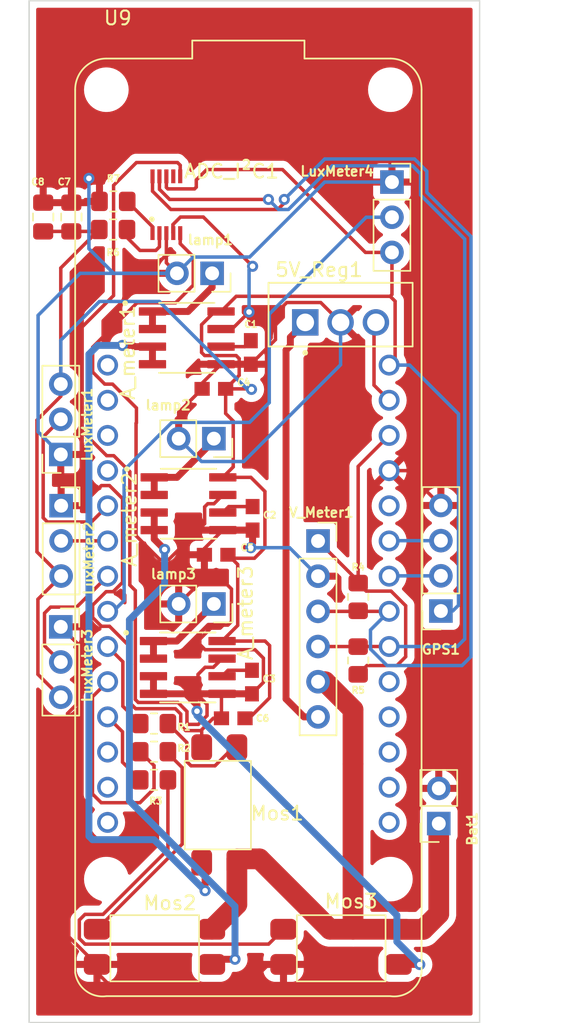
<source format=kicad_pcb>
(kicad_pcb (version 20211014) (generator pcbnew)
  (title_block (title "POAB_Baseplate") (date "2023-05-16") (rev "2.0") (comment 2 "Quinten Moons & Kevin Lahey"))
  (layers (0 "F.Cu" signal) (31 "B.Cu" signal) (34 "B.Paste" user) (35 "F.Paste" user) (36 "B.SilkS" user "B.Silkscreen") (37 "F.SilkS" user "F.Silkscreen") (38 "B.Mask" user) (39 "F.Mask" user) (44 "Edge.Cuts" user))
  (net 0 "")
  (net 1 "GND")
  (net 2 "+5V")
  (net 3 "VCC")
  (net 4 "/Lichtmeting1")
  (net 5 "/Lichtmeting2")
  (net 6 "/Lichtmeting3")
  (net 7 "/Lichtmeting4")
  (net 8 "/stroommeter1_uit")
  (net 9 "/stroommeter2_uit")
  (net 10 "/stroommeter3_uit")
  (net 11 "/SCL")
  (net 12 "/SDA")
  (net 13 "/mosfet1")
  (net 14 "Net-(R1-Pad2)")
  (net 15 "/mosfet2")
  (net 16 "Net-(R2-Pad2)")
  (net 17 "/mosfet3")
  (net 18 "Net-(R3-Pad2)")
  (net 19 "+3.3V")
  (net 20 "/stroommeter1_in")
  (net 21 "/stroommeter2_in")
  (net 22 "/stroommeter3_in")
  (net 23 "/stroom1")
  (net 24 "/stroom2")
  (net 25 "/stroom3")
  (net 35 "/RX")
  (net 36 "/TX")
  (net 38 "/regelaar_in")
  (net 39 "/5V_bord")
  (net 40 "Net-(R6-Pad1)")
  (net 41 "Net-(R7-Pad2)")
  (net 45 "Net-(A_meter1-Pad6)")
  (net 46 "Net-(A_meter2-Pad6)")
  (net 47 "Net-(A_meter3-Pad6)")
  (footprint "Connector_PinSocket_2.54mm:PinSocket_1x02_P2.54mm_Vertical" (layer "F.Cu") (at 88.392 66.675 -90)
    (fp_text reference "lamp1")
    (fp_text value "lamp1")
  )
  (footprint "Resistor_SMD:R_0805_2012Metric_Pad1.20x1.40mm_HandSolder" (layer "F.Cu") (at 81.2474 63.513 180)
    (fp_text reference "R6")
    (fp_text value "R")
  )
  (footprint "Resistor_SMD:R_0805_2012Metric_Pad1.20x1.40mm_HandSolder" (layer "F.Cu") (at 98.933 90.043 90)
    (fp_text reference "R4")
    (fp_text value "R")
  )
  (footprint "Connector_PinSocket_2.54mm:PinSocket_1x03_P2.54mm_Vertical" (layer "F.Cu") (at 77.47 79.756 180)
    (fp_text reference "LuxMeter1")
    (fp_text value "lichtmeter1")
  )
  (footprint "Connector_PinSocket_2.54mm:PinSocket_1x06_P2.54mm_Vertical" (layer "F.Cu") (at 96.037 86.004)
    (fp_text reference "V_Meter1")
    (fp_text value "spannigsmeter")
  )
  (footprint "Capacitor_SMD:C_0805_2012Metric_Pad1.18x1.45mm_HandSolder" (layer "F.Cu") (at 76.2 62.611 90)
    (fp_text reference "C8")
    (fp_text value "C")
  )
  (footprint "Connector_PinSocket_2.54mm:PinSocket_1x03_P2.54mm_Vertical" (layer "F.Cu") (at 101.371 60.086)
    (fp_text reference "LuxMeter4")
    (fp_text value "lichtmeter4")
  )
  (footprint "CC0603KRX7R9BB102:CAPC1608X90" (layer "F.Cu") (at 88.685 86.9956)
    (fp_text reference "C5")
    (fp_text value "CC0603KRX7R9BB102")
  )
  (footprint "CC0603KRX7R9BB102:CAPC1608X90" (layer "F.Cu") (at 89.916 98.806)
    (fp_text reference "C6")
    (fp_text value "CC0603KRX7R9BB102")
  )
  (footprint "PoAB_Foots2:AQY211EHAZ" (layer "F.Cu") (at 91.449 99.64 -90)
    (fp_text reference "Mos1")
    (fp_text value "AQY211EHAZ")
  )
  (footprint "ACS712ELCTR-05B-T:SOIC127P600X175-8N" (layer "F.Cu") (at 86.634 95.133)
    (fp_text reference "A_meter3")
    (fp_text value "ACS712ELCTR-05B-T")
  )
  (footprint "PoAB_Foots2:AQY211EHAZ" (layer "F.Cu") (at 92.274 112.767)
    (fp_text reference "Mos3")
    (fp_text value "AQY211EHAZ")
  )
  (footprint "Resistor_SMD:R_0805_2012Metric_Pad1.20x1.40mm_HandSolder" (layer "F.Cu") (at 98.933 94.631 -90)
    (fp_text reference "R5")
    (fp_text value "R")
  )
  (footprint "Resistor_SMD:R_0805_2012Metric_Pad1.20x1.40mm_HandSolder" (layer "F.Cu") (at 84.201 99.187)
    (fp_text reference "R1")
    (fp_text value "R")
  )
  (footprint "L7805CV:TO255P1040X460X1968-3" (layer "F.Cu") (at 95.113 70.218)
    (fp_text reference "5V_Reg1")
    (fp_text value "L7805CV")
  )
  (footprint "ADS1115:MSOP10" (layer "F.Cu") (at 85.09 61.722)
    (fp_text reference "ADC_I²C1")
    (fp_text value "ADS1115")
  )
  (footprint "Connector_PinSocket_2.54mm:PinSocket_1x02_P2.54mm_Vertical" (layer "F.Cu") (at 88.519 90.551 -90)
    (fp_text reference "lamp3")
    (fp_text value "lamp3")
  )
  (footprint "Connector_PinSocket_2.54mm:PinSocket_1x03_P2.54mm_Vertical" (layer "F.Cu") (at 77.495 83.454)
    (fp_text reference "LuxMeter2")
    (fp_text value "lichtmeter2")
  )
  (footprint "Resistor_SMD:R_0805_2012Metric_Pad1.20x1.40mm_HandSolder" (layer "F.Cu") (at 84.201 103.251)
    (fp_text reference "R3")
    (fp_text value "R")
  )
  (footprint "Resistor_SMD:R_0805_2012Metric_Pad1.20x1.40mm_HandSolder" (layer "F.Cu") (at 81.2634 61.481)
    (fp_text reference "R7")
    (fp_text value "R")
  )
  (footprint "PoAB_Foots2:AQY211EHAZ" (layer "F.Cu") (at 78.812 112.767)
    (fp_text reference "Mos2")
    (fp_text value "AQY211EHAZ")
  )
  (footprint "Connector_PinSocket_2.54mm:PinSocket_1x03_P2.54mm_Vertical" (layer "F.Cu") (at 77.47 92.202)
    (fp_text reference "LuxMeter3")
    (fp_text value "lichtmeter3")
  )
  (footprint "CC0603KRX7R9BB102:CAPC1608X90" (layer "F.Cu") (at 91.186 72.39 -90)
    (fp_text reference "C1")
    (fp_text value "CC0603KRX7R9BB102")
  )
  (footprint "ACS712ELCTR-05B-T:SOIC127P600X175-8N" (layer "F.Cu") (at 86.561 71.335)
    (fp_text reference "A_meter1")
    (fp_text value "ACS712ELCTR-05B-T")
  )
  (footprint "Connector_PinSocket_2.54mm:PinSocket_1x04_P2.54mm_Vertical" (layer "F.Cu") (at 104.902 91.059 180)
    (fp_text reference "GPS1")
    (fp_text value "GPS")
  )
  (footprint "ACS712ELCTR-05B-T:SOIC127P600X175-8N" (layer "F.Cu") (at 86.688 83.3126)
    (fp_text reference "A_meter2")
    (fp_text value "ACS712ELCTR-05B-T")
  )
  (footprint "CC0603KRX7R9BB102:CAPC1608X90" (layer "F.Cu") (at 91.268 96.188 -90)
    (fp_text reference "C3")
    (fp_text value "CC0603KRX7R9BB102")
  )
  (footprint "Connector_PinSocket_2.54mm:PinSocket_1x02_P2.54mm_Vertical" (layer "F.Cu") (at 104.75 106.406 180)
    (fp_text reference "Bat1")
    (fp_text value "battertij")
  )
  (footprint "Connector_PinSocket_2.54mm:PinSocket_1x02_P2.54mm_Vertical" (layer "F.Cu") (at 88.519 78.613 -90)
    (fp_text reference "lamp2")
    (fp_text value "lamp2")
  )
  (footprint "Resistor_SMD:R_0805_2012Metric_Pad1.20x1.40mm_HandSolder" (layer "F.Cu") (at 84.201 101.219)
    (fp_text reference "R2")
    (fp_text value "R")
  )
  (footprint "CC0603KRX7R9BB102:CAPC1608X90" (layer "F.Cu") (at 91.313 84.3676 -90)
    (fp_text reference "C2")
    (fp_text value "CC0603KRX7R9BB102")
  )
  (footprint "Capacitor_SMD:C_0805_2012Metric_Pad1.18x1.45mm_HandSolder" (layer "F.Cu") (at 78.232 62.611 90)
    (fp_text reference "C7")
    (fp_text value "C")
  )
  (footprint "ARDUINO_MKR_WAN_1310:BOARD_ARDUINO_MKR_WAN_1310" (layer "F.Cu") (at 91.0076 85.0176)
    (fp_text reference "U9")
    (fp_text value "ARDUINO_MKR_WAN_1310")
  )
  (footprint "CC0603KRX7R9BB102:CAPC1608X90" (layer "F.Cu") (at 88.519 75.018)
    (fp_text reference "C4")
    (fp_text value "CC0603KRX7R9BB102")
  )
  (gr_rect (start 107.696 46.99) (end 75.184 120.777) (layer "Edge.Cuts") (width 0.1) (fill none))
  (segment (start 91.186 73.24) (end 92.964 71.462) (width 0.25) (layer "F.Cu") (net 1))
  (segment (start 80.9854 92.1614) (end 82.399 93.575) (width 0.25) (layer "F.Cu") (net 1))
  (segment (start 87.731051 100.783) (end 87.131 100.783) (width 0.25) (layer "F.Cu") (net 1))
  (segment (start 85.09 65.913) (end 85.852 66.675) (width 0.25) (layer "F.Cu") (net 1))
  (segment (start 87.751 100.163) (end 87.131 100.783) (width 0.25) (layer "F.Cu") (net 1))
  (segment (start 89.789 91.821) (end 89.789 89.471) (width 0.25) (layer "F.Cu") (net 1))
  (segment (start 91.059 117.983) (end 80.899 117.983) (width 0.25) (layer "F.Cu") (net 1))
  (segment (start 86.126 98.498827) (end 86.126 99.334) (width 0.25) (layer "F.Cu") (net 1))
  (segment (start 87.669 75.018) (end 87.669 74.607) (width 0.25) (layer "F.Cu") (net 1))
  (segment (start 93.544 116.577) (end 92.465 116.577) (width 0.25) (layer "F.Cu") (net 1))
  (segment (start 85.09 63.772) (end 85.09 65.913) (width 0.25) (layer "F.Cu") (net 1))
  (segment (start 82.877588 98.113) (end 85.740173 98.113) (width 0.25) (layer "F.Cu") (net 1))
  (segment (start 91.268 97.038) (end 92.093 96.213) (width 0.25) (layer "F.Cu") (net 1))
  (segment (start 87.503 93.472) (end 87.503 93.091) (width 0.25) (layer "F.Cu") (net 1))
  (segment (start 87.835 86.9956) (end 87.835 86.5456) (width 0.25) (layer "F.Cu") (net 1))
  (segment (start 89.472 89.154) (end 87.376 89.154) (width 0.25) (layer "F.Cu") (net 1))
  (segment (start 85.979 76.708) (end 85.979 78.613) (width 0.25) (layer "F.Cu") (net 1))
  (segment (start 87.639 99.637) (end 87.962 99.314) (width 0.25) (layer "F.Cu") (net 1))
  (segment (start 91.483 93.853) (end 87.884 93.853) (width 0.25) (layer "F.Cu") (net 1))
  (segment (start 80.400663 82.0014) (end 80.9854 82.0014) (width 0.25) (layer "F.Cu") (net 1))
  (segment (start 80.400663 82.0014) (end 78.948063 83.454) (width 0.25) (layer "F.Cu") (net 1))
  (segment (start 80.045655 116.577) (end 77.956701 114.488046) (width 0.25) (layer "F.Cu") (net 1))
  (segment (start 78.645 93.377) (end 77.47 92.202) (width 0.25) (layer "F.Cu") (net 1))
  (segment (start 87.376 89.154) (end 85.979 90.551) (width 0.25) (layer "F.Cu") (net 1))
  (segment (start 89.066 98.806) (end 89.066 97.081) (width 0.25) (layer "F.Cu") (net 1))
  (segment (start 78.948063 83.454) (end 77.495 83.454) (width 0.25) (layer "F.Cu") (net 1))
  (segment (start 92.093 96.213) (end 92.093 94.463) (width 0.25) (layer "F.Cu") (net 1))
  (segment (start 78.645 97.768701) (end 78.645 93.377) (width 0.25) (layer "F.Cu") (net 1))
  (segment (start 80.082 116.577) (end 80.045655 116.577) (width 0.25) (layer "F.Cu") (net 1))
  (segment (start 89.789 89.471) (end 89.472 89.154) (width 0.25) (layer "F.Cu") (net 1))
  (segment (start 87.962 99.314) (end 88.47 98.806) (width 0.25) (layer "F.Cu") (net 1))
  (segment (start 86.126 99.334) (end 86.487 99.695) (width 0.25) (layer "F.Cu") (net 1))
  (segment (start 87.835 86.5456) (end 89.163 85.2176) (width 0.25) (layer "F.Cu") (net 1))
  (segment (start 87.503 93.091) (end 88.519 92.075) (width 0.25) (layer "F.Cu") (net 1))
  (segment (start 79.7686 91.529337) (end 80.400663 92.1614) (width 0.25) (layer "F.Cu") (net 1))
  (segment (start 89.066 97.081) (end 89.109 97.038) (width 0.25) (layer "F.Cu") (net 1))
  (segment (start 92.964 69.596) (end 93.775281 68.784719) (width 0.25) (layer "F.Cu") (net 1))
  (segment (start 86.487 99.695) (end 87.581 99.695) (width 0.25) (layer "F.Cu") (net 1))
  (segment (start 89.066 98.806) (end 88.47 98.806) (width 0.25) (layer "F.Cu") (net 1))
  (segment (start 81.253937 89.662) (end 80.742063 89.662) (width 0.25) (layer "F.Cu") (net 1))
  (segment (start 89.535 92.075) (end 89.789 91.821) (width 0.25) (layer "F.Cu") (net 1))
  (segment (start 103.5284 80.9224) (end 103.886 81.28) (width 0.25) (layer "F.Cu") (net 1))
  (segment (start 103.886 82.423) (end 104.902 83.439) (width 0.25) (layer "F.Cu") (net 1))
  (segment (start 87.639 100.656) (end 87.639 99.637) (width 0.25) (layer "F.Cu") (net 1))
  (segment (start 77.956701 98.457) (end 78.645 97.768701) (width 0.25) (layer "F.Cu") (net 1))
  (segment (start 79.095937 92.202) (end 79.7686 91.529337) (width 0.25) (layer "F.Cu") (net 1))
  (segment (start 80.742063 89.662) (end 79.7686 90.635463) (width 0.25) (layer "F.Cu") (net 1))
  (segment (start 81.9266 88.989337) (end 81.253937 89.662) (width 0.25) (layer "F.Cu") (net 1))
  (segment (start 91.186 73.24) (end 91.186 73.29) (width 0.25) (layer "F.Cu") (net 1))
  (segment (start 92.964 71.462) (end 92.964 69.596) (width 0.25) (layer "F.Cu") (net 1))
  (segment (start 87.884 93.853) (end 87.503 93.472) (width 0.25) (layer "F.Cu") (net 1))
  (segment (start 81.9266 82.9426) (end 81.9266 88.989337) (width 0.25) (layer "F.Cu") (net 1))
  (segment (start 82.399 93.575) (end 82.399 97.634412) (width 0.25) (layer "F.Cu") (net 1))
  (segment (start 93.775281 68.784719) (end 96.229719 68.784719) (width 0.25) (layer "F.Cu") (net 1))
  (segment (start 92.465 116.577) (end 91.059 117.983) (width 0.25) (layer "F.Cu") (net 1))
  (segment (start 91.268 97.038) (end 89.109 97.038) (width 0.25) (layer "F.Cu") (net 1))
  (segment (start 96.229719 68.784719) (end 97.663 70.218) (width 0.25) (layer "F.Cu") (net 1))
  (segment (start 80.082 117.166) (end 80.082 116.577) (width 0.25) (layer "F.Cu") (net 1))
  (segment (start 77.956701 114.488046) (end 77.956701 98.457) (width 0.25) (layer "F.Cu") (net 1))
  (segment (start 101.1676 80.9224) (end 103.5284 80.9224) (width 0.25) (layer "F.Cu") (net 1))
  (segment (start 92.093 94.463) (end 91.483 93.853) (width 0.25) (layer "F.Cu") (net 1))
  (segment (start 80.899 117.983) (end 80.082 117.166) (width 0.25) (layer "F.Cu") (net 1))
  (segment (start 79.7686 90.635463) (end 79.7686 91.529337) (width 0.25) (layer "F.Cu") (net 1))
  (segment (start 103.886 81.28) (end 103.886 82.423) (width 0.25) (layer "F.Cu") (net 1))
  (segment (start 87.581 99.695) (end 87.962 99.314) (width 0.25) (layer "F.Cu") (net 1))
  (segment (start 87.669 75.018) (end 85.979 76.708) (width 0.25) (layer "F.Cu") (net 1))
  (segment (start 87.669 74.607) (end 89.036 73.24) (width 0.25) (layer "F.Cu") (net 1))
  (segment (start 77.47 92.202) (end 79.095937 92.202) (width 0.25) (layer "F.Cu") (net 1))
  (segment (start 80.400663 92.1614) (end 80.9854 92.1614) (width 0.25) (layer "F.Cu") (net 1))
  (segment (start 85.740173 98.113) (end 86.126 98.498827) (width 0.25) (layer "F.Cu") (net 1))
  (segment (start 82.399 97.634412) (end 82.877588 98.113) (width 0.25) (layer "F.Cu") (net 1))
  (segment (start 88.519 92.075) (end 89.535 92.075) (width 0.25) (layer "F.Cu") (net 1))
  (segment (start 80.9854 82.0014) (end 81.9266 82.9426) (width 0.25) (layer "F.Cu") (net 1))
  (via (at 79.502 59.817) (size 0.8) (drill 0.4) (layers "F.Cu" "B.Cu") (net 1))
  (via (at 91.186 86.487) (size 0.8) (drill 0.4) (layers "F.Cu" "B.Cu") (net 1))
  (segment (start 90.678 80.264) (end 97.663 73.279) (width 0.25) (layer "B.Cu") (net 1))
  (segment (start 75.833557 69.708443) (end 78.867 66.675) (width 0.25) (layer "B.Cu") (net 1))
  (segment (start 101.371 60.086) (end 96.515701 60.086) (width 0.25) (layer "B.Cu") (net 1))
  (segment (start 91.101701 65.5) (end 87.027 65.5) (width 0.25) (layer "B.Cu") (net 1))
  (segment (start 75.833557 78.119557) (end 75.833557 69.708443) (width 0.25) (layer "B.Cu") (net 1))
  (segment (start 87.63 80.264) (end 90.678 80.264) (width 0.25) (layer "B.Cu") (net 1))
  (segment (start 93.98 86.487) (end 96.037 88.544) (width 0.25) (layer "B.Cu") (net 1))
  (segment (start 77.47 79.756) (end 75.833557 78.119557) (width 0.25) (layer "B.Cu") (net 1))
  (segment (start 96.515701 60.086) (end 91.101701 65.5) (width 0.25) (layer "B.Cu") (net 1))
  (segment (start 79.502 59.817) (end 79.502 64.897) (width 0.25) (layer "B.Cu") (net 1))
  (segment (start 87.027 65.5) (end 85.852 66.675) (width 0.25) (layer "B.Cu") (net 1))
  (segment (start 81.28 66.675) (end 85.852 66.675) (width 0.25) (layer "B.Cu") (net 1))
  (segment (start 79.502 64.897) (end 81.28 66.675) (width 0.25) (layer "B.Cu") (net 1))
  (segment (start 78.867 66.675) (end 85.852 66.675) (width 0.25) (layer "B.Cu") (net 1))
  (segment (start 85.979 78.613) (end 87.63 80.264) (width 0.25) (layer "B.Cu") (net 1))
  (segment (start 97.663 73.279) (end 97.663 70.218) (width 0.25) (layer "B.Cu") (net 1))
  (segment (start 91.186 86.487) (end 93.98 86.487) (width 0.25) (layer "B.Cu") (net 1))
  (segment (start 100.076 70.355) (end 100.213 70.218) (width 0.25) (layer "F.Cu") (net 2))
  (segment (start 101.1676 75.8424) (end 100.076 74.7508) (width 0.25) (layer "F.Cu") (net 2))
  (segment (start 100.076 74.7508) (end 100.076 70.355) (width 0.25) (layer "F.Cu") (net 2))
  (segment (start 101.844 114.037) (end 98.561 114.037) (width 1.5) (layer "F.Cu") (net 3))
  (segment (start 101.853 114.046) (end 103.632 114.046) (width 1.5) (layer "F.Cu") (net 3))
  (segment (start 96.037 96.164) (end 96.545 96.164) (width 1.5) (layer "F.Cu") (net 3))
  (segment (start 98.561 98.18) (end 98.561 102.099) (width 1.5) (layer "F.Cu") (net 3))
  (segment (start 90.179 112.24) (end 88.382 114.037) (width 1.5) (layer "F.Cu") (net 3))
  (segment (start 98.561 102.099) (end 98.561 114.037) (width 1.5) (layer "F.Cu") (net 3))
  (segment (start 90.179 108.956) (end 90.179 112.24) (width 1.5) (layer "F.Cu") (net 3))
  (segment (start 98.561 114.037) (end 96.892 114.037) (width 1.5) (layer "F.Cu") (net 3))
  (segment (start 96.545 96.164) (end 98.561 98.18) (width 1.5) (layer "F.Cu") (net 3))
  (segment (start 91.811 108.956) (end 90.179 108.956) (width 1.5) (layer "F.Cu") (net 3))
  (segment (start 104.75 112.928) (end 104.75 106.406) (width 1.5) (layer "F.Cu") (net 3))
  (segment (start 101.844 114.037) (end 101.853 114.046) (width 1.5) (layer "F.Cu") (net 3))
  (segment (start 96.892 114.037) (end 91.811 108.956) (width 1.5) (layer "F.Cu") (net 3))
  (segment (start 103.632 114.046) (end 104.75 112.928) (width 1.5) (layer "F.Cu") (net 3))
  (segment (start 80.8476 83.4624) (end 79.681 84.629) (width 0.25) (layer "F.Cu") (net 4))
  (segment (start 79.681 84.629) (end 76.501 84.629) (width 0.25) (layer "F.Cu") (net 4))
  (segment (start 76.2 84.328) (end 76.2 78.486) (width 0.25) (layer "F.Cu") (net 4))
  (segment (start 76.2 78.486) (end 77.47 77.216) (width 0.25) (layer "F.Cu") (net 4))
  (segment (start 76.501 84.629) (end 76.2 84.328) (width 0.25) (layer "F.Cu") (net 4))
  (segment (start 77.495 85.994) (end 80.8392 85.994) (width 0.25) (layer "F.Cu") (net 5))
  (segment (start 80.8392 85.994) (end 80.8476 86.0024) (width 0.25) (layer "F.Cu") (net 5))
  (segment (start 76.295 93.567) (end 77.47 94.742) (width 0.25) (layer "F.Cu") (net 6))
  (segment (start 76.736 90.777) (end 76.295 91.218) (width 0.25) (layer "F.Cu") (net 6))
  (segment (start 78.613 90.777) (end 76.736 90.777) (width 0.25) (layer "F.Cu") (net 6))
  (segment (start 80.8476 88.5424) (end 78.613 90.777) (width 0.25) (layer "F.Cu") (net 6))
  (segment (start 76.295 91.218) (end 76.295 93.567) (width 0.25) (layer "F.Cu") (net 6))
  (segment (start 91.091 77.438) (end 92.514 76.015) (width 0.25) (layer "B.Cu") (net 7))
  (segment (start 85.492299 77.438) (end 91.091 77.438) (width 0.25) (layer "B.Cu") (net 7))
  (segment (start 82.042 80.888299) (end 85.492299 77.438) (width 0.25) (layer "B.Cu") (net 7))
  (segment (start 80.8476 91.0824) (end 81.2566 91.0824) (width 0.25) (layer "B.Cu") (net 7))
  (segment (start 81.2566 91.0824) (end 82.042 90.297) (width 0.25) (layer "B.Cu") (net 7))
  (segment (start 99.508604 62.626) (end 101.371 62.626) (width 0.25) (layer "B.Cu") (net 7))
  (segment (start 92.514 76.015) (end 92.514 69.620604) (width 0.25) (layer "B.Cu") (net 7))
  (segment (start 82.042 90.297) (end 82.042 80.888299) (width 0.25) (layer "B.Cu") (net 7))
  (segment (start 92.514 69.620604) (end 99.508604 62.626) (width 0.25) (layer "B.Cu") (net 7))
  (segment (start 88.392 67.691) (end 88.392 66.675) (width 0.5) (layer "F.Cu") (net 8))
  (segment (start 86.653 69.43) (end 86.926 69.157) (width 0.5) (layer "F.Cu") (net 8))
  (segment (start 88.334 67.749) (end 88.392 67.691) (width 0.5) (layer "F.Cu") (net 8))
  (segment (start 86.926 69.157) (end 86.926 69.155604) (width 0.5) (layer "F.Cu") (net 8))
  (segment (start 84.086 70.7) (end 84.086 69.43) (width 0.5) (layer "F.Cu") (net 8))
  (segment (start 86.926 69.155604) (end 88.332604 67.749) (width 0.5) (layer "F.Cu") (net 8))
  (segment (start 88.332604 67.749) (end 88.334 67.749) (width 0.5) (layer "F.Cu") (net 8))
  (segment (start 84.086 69.43) (end 86.653 69.43) (width 0.5) (layer "F.Cu") (net 8))
  (segment (start 88.519 78.747397) (end 88.519 78.613) (width 0.5) (layer "F.Cu") (net 9))
  (segment (start 84.213 81.4076) (end 84.213 82.6776) (width 0.5) (layer "F.Cu") (net 9))
  (segment (start 84.213 81.4076) (end 85.858797 81.4076) (width 0.5) (layer "F.Cu") (net 9))
  (segment (start 85.858797 81.4076) (end 88.519 78.747397) (width 0.5) (layer "F.Cu") (net 9))
  (segment (start 84.159 93.228) (end 85.842 93.228) (width 0.5) (layer "F.Cu") (net 10))
  (segment (start 85.842 93.228) (end 88.519 90.551) (width 0.5) (layer "F.Cu") (net 10))
  (segment (start 84.159 93.228) (end 84.159 94.498) (width 0.5) (layer "F.Cu") (net 10))
  (segment (start 93.599 61.595) (end 93.599 61.341) (width 0.25) (layer "F.Cu") (net 11))
  (segment (start 96.037 91.084) (end 98.892 91.084) (width 0.25) (layer "F.Cu") (net 11))
  (segment (start 93.128 62.066) (end 93.599 61.595) (width 0.25) (layer "F.Cu") (net 11))
  (segment (start 84.09 59.672) (end 84.09 60.744792) (width 0.25) (layer "F.Cu") (net 11))
  (segment (start 98.9724 91.0824) (end 98.933 91.043) (width 0.25) (layer "F.Cu") (net 11))
  (segment (start 101.1676 91.0824) (end 98.9724 91.0824) (width 0.25) (layer "F.Cu") (net 11))
  (segment (start 84.09 60.744792) (end 85.411208 62.066) (width 0.25) (layer "F.Cu") (net 11))
  (segment (start 85.411208 62.066) (end 93.128 62.066) (width 0.25) (layer "F.Cu") (net 11))
  (segment (start 98.892 91.084) (end 98.933 91.043) (width 0.25) (layer "F.Cu") (net 11))
  (via (at 93.599 61.341) (size 0.8) (drill 0.4) (layers "F.Cu" "B.Cu") (net 11))
  (segment (start 99.822 92.428) (end 101.1676 91.0824) (width 0.25) (layer "B.Cu") (net 11))
  (segment (start 96.52 58.42) (end 102.997 58.42) (width 0.25) (layer "B.Cu") (net 11))
  (segment (start 103.886 60.833) (end 107.072 64.019) (width 0.25) (layer "B.Cu") (net 11))
  (segment (start 107.072 64.019) (end 107.072 94.35) (width 0.25) (layer "B.Cu") (net 11))
  (segment (start 103.886 59.309) (end 103.886 60.833) (width 0.25) (layer "B.Cu") (net 11))
  (segment (start 99.822 93.802737) (end 99.822 92.428) (width 0.25) (layer "B.Cu") (net 11))
  (segment (start 101.015263 94.996) (end 99.822 93.802737) (width 0.25) (layer "B.Cu") (net 11))
  (segment (start 107.072 94.35) (end 106.426 94.996) (width 0.25) (layer "B.Cu") (net 11))
  (segment (start 93.599 61.341) (end 96.52 58.42) (width 0.25) (layer "B.Cu") (net 11))
  (segment (start 102.997 58.42) (end 103.886 59.309) (width 0.25) (layer "B.Cu") (net 11))
  (segment (start 106.426 94.996) (end 101.015263 94.996) (width 0.25) (layer "B.Cu") (net 11))
  (segment (start 84.59 59.672) (end 84.59 60.608396) (width 0.25) (layer "F.Cu") (net 12))
  (segment (start 85.322604 61.341) (end 92.456 61.341) (width 0.25) (layer "F.Cu") (net 12))
  (segment (start 98.933 93.631) (end 98.926 93.624) (width 0.25) (layer "F.Cu") (net 12))
  (segment (start 101.1676 93.6224) (end 98.9416 93.6224) (width 0.25) (layer "F.Cu") (net 12))
  (segment (start 84.59 60.608396) (end 85.322604 61.341) (width 0.25) (layer "F.Cu") (net 12))
  (segment (start 98.9416 93.6224) (end 98.933 93.631) (width 0.25) (layer "F.Cu") (net 12))
  (segment (start 98.926 93.624) (end 96.037 93.624) (width 0.25) (layer "F.Cu") (net 12))
  (via (at 92.456 61.341) (size 0.8) (drill 0.4) (layers "F.Cu" "B.Cu") (net 12))
  (segment (start 103.436 59.495396) (end 103.436 61.019396) (width 0.25) (layer "B.Cu") (net 12))
  (segment (start 106.622 93.081196) (end 106.080796 93.6224) (width 0.25) (layer "B.Cu") (net 12))
  (segment (start 97.054305 58.911) (end 102.851604 58.911) (width 0.25) (layer "B.Cu") (net 12))
  (segment (start 93.181 62.066) (end 93.899305 62.066) (width 0.25) (layer "B.Cu") (net 12))
  (segment (start 92.456 61.341) (end 93.181 62.066) (width 0.25) (layer "B.Cu") (net 12))
  (segment (start 106.080796 93.6224) (end 101.1676 93.6224) (width 0.25) (layer "B.Cu") (net 12))
  (segment (start 103.436 61.019396) (end 106.622 64.205396) (width 0.25) (layer "B.Cu") (net 12))
  (segment (start 106.622 64.205396) (end 106.622 93.081196) (width 0.25) (layer "B.Cu") (net 12))
  (segment (start 93.899305 62.066) (end 97.054305 58.911) (width 0.25) (layer "B.Cu") (net 12))
  (segment (start 102.851604 58.911) (end 103.436 59.495396) (width 0.25) (layer "B.Cu") (net 12))
  (segment (start 81.949 97.935) (end 81.949 94.7238) (width 0.25) (layer "F.Cu") (net 13))
  (segment (start 83.201 99.187) (end 81.949 97.935) (width 0.25) (layer "F.Cu") (net 13))
  (segment (start 81.949 94.7238) (end 80.8476 93.6224) (width 0.25) (layer "F.Cu") (net 13))
  (segment (start 86.868 102.235) (end 86.564 101.931) (width 0.25) (layer "F.Cu") (net 14))
  (segment (start 88.6 102.235) (end 86.868 102.235) (width 0.25) (layer "F.Cu") (net 14))
  (segment (start 86.564 100.55) (end 85.201 99.187) (width 0.25) (layer "F.Cu") (net 14))
  (segment (start 86.564 101.931) (end 86.564 100.55) (width 0.25) (layer "F.Cu") (net 14))
  (segment (start 90.179 100.656) (end 88.6 102.235) (width 0.25) (layer "F.Cu") (net 14))
  (segment (start 84.201 103.886) (end 83.185 104.902) (width 0.25) (layer "F.Cu") (net 15))
  (segment (start 84.201 102.219) (end 84.201 103.886) (width 0.25) (layer "F.Cu") (net 15))
  (segment (start 83.185 104.902) (end 80.391 104.902) (width 0.25) (layer "F.Cu") (net 15))
  (segment (start 83.201 101.219) (end 84.201 102.219) (width 0.25) (layer "F.Cu") (net 15))
  (segment (start 80.391 104.902) (end 79.756 104.267) (width 0.25) (layer "F.Cu") (net 15))
  (segment (start 79.756 104.267) (end 79.756 97.254) (width 0.25) (layer "F.Cu") (net 15))
  (segment (start 79.756 97.254) (end 80.8476 96.1624) (width 0.25) (layer "F.Cu") (net 15))
  (segment (start 85.201 101.33) (end 86.233 102.362) (width 0.25) (layer "F.Cu") (net 16))
  (segment (start 86.233 107.886) (end 80.082 114.037) (width 0.25) (layer "F.Cu") (net 16))
  (segment (start 85.201 101.219) (end 85.201 101.33) (width 0.25) (layer "F.Cu") (net 16))
  (segment (start 86.233 102.362) (end 86.233 107.886) (width 0.25) (layer "F.Cu") (net 16))
  (segment (start 81.9266 101.9766) (end 81.9266 99.7814) (width 0.25) (layer "F.Cu") (net 17))
  (segment (start 81.9266 99.7814) (end 80.8476 98.7024) (width 0.25) (layer "F.Cu") (net 17))
  (segment (start 83.201 103.251) (end 81.9266 101.9766) (width 0.25) (layer "F.Cu") (net 17))
  (segment (start 85.201 108.281604) (end 80.520604 112.962) (width 0.25) (layer "F.Cu") (net 18))
  (segment (start 79.217051 115.112) (end 92.469 115.112) (width 0.25) (layer "F.Cu") (net 18))
  (segment (start 80.520604 112.962) (end 79.217051 112.962) (width 0.25) (layer "F.Cu") (net 18))
  (segment (start 78.807 114.701949) (end 79.217051 115.112) (width 0.25) (layer "F.Cu") (net 18))
  (segment (start 79.217051 112.962) (end 78.807 113.372051) (width 0.25) (layer "F.Cu") (net 18))
  (segment (start 92.469 115.112) (end 93.544 114.037) (width 0.25) (layer "F.Cu") (net 18))
  (segment (start 78.807 113.372051) (end 78.807 114.701949) (width 0.25) (layer "F.Cu") (net 18))
  (segment (start 85.201 103.251) (end 85.201 108.281604) (width 0.25) (layer "F.Cu") (net 18))
  (segment (start 102.362 94.361) (end 102.362 90.678) (width 0.25) (layer "F.Cu") (net 19))
  (segment (start 98.933 88.9) (end 98.933 89.043) (width 0.25) (layer "F.Cu") (net 19))
  (segment (start 98.933 80.617) (end 101.1676 78.3824) (width 0.25) (layer "F.Cu") (net 19))
  (segment (start 99.568 94.996) (end 101.727 94.996) (width 0.25) (layer "F.Cu") (net 19))
  (segment (start 101.3054 89.6214) (end 99.5114 89.6214) (width 0.25) (layer "F.Cu") (net 19))
  (segment (start 99.5114 89.6214) (end 98.933 89.043) (width 0.25) (layer "F.Cu") (net 19))
  (segment (start 98.933 95.631) (end 99.568 94.996) (width 0.25) (layer "F.Cu") (net 19))
  (segment (start 98.933 89.043) (end 98.933 80.617) (width 0.25) (layer "F.Cu") (net 19))
  (segment (start 101.727 94.996) (end 102.362 94.361) (width 0.25) (layer "F.Cu") (net 19))
  (segment (start 96.037 86.004) (end 98.933 88.9) (width 0.25) (layer "F.Cu") (net 19))
  (segment (start 102.362 90.678) (end 101.3054 89.6214) (width 0.25) (layer "F.Cu") (net 19))
  (segment (start 84.086 71.97) (end 84.086 73.24) (width 0.5) (layer "F.Cu") (net 20))
  (segment (start 82.765 71.97) (end 84.086 71.97) (width 0.5) (layer "F.Cu") (net 20))
  (segment (start 87.884 111.252) (end 87.884 109.201) (width 0.5) (layer "F.Cu") (net 20))
  (segment (start 82.677 71.882) (end 82.765 71.97) (width 0.5) (layer "F.Cu") (net 20))
  (segment (start 81.915 71.882) (end 82.677 71.882) (width 0.5) (layer "F.Cu") (net 20))
  (segment (start 87.884 109.201) (end 87.639 108.956) (width 0.5) (layer "F.Cu") (net 20))
  (via (at 81.915 71.882) (size 0.8) (drill 0.4) (layers "F.Cu" "B.Cu") (net 20))
  (via (at 87.884 111.252) (size 0.8) (drill 0.4) (layers "F.Cu" "B.Cu") (net 20))
  (segment (start 81.915 71.882) (end 80.137 71.882) (width 0.5) (layer "B.Cu") (net 20))
  (segment (start 84.201 107.569) (end 87.884 111.252) (width 0.5) (layer "B.Cu") (net 20))
  (segment (start 79.756 107.569) (end 84.201 107.569) (width 0.5) (layer "B.Cu") (net 20))
  (segment (start 79.502 107.315) (end 79.756 107.569) (width 0.5) (layer "B.Cu") (net 20))
  (segment (start 80.137 71.882) (end 79.502 72.517) (width 0.5) (layer "B.Cu") (net 20))
  (segment (start 79.502 72.517) (end 79.502 107.315) (width 0.5) (layer "B.Cu") (net 20))
  (segment (start 84.213 85.864) (end 84.963 86.614) (width 0.5) (layer "F.Cu") (net 21))
  (segment (start 90.043 116.205) (end 88.754 116.205) (width 0.5) (layer "F.Cu") (net 21))
  (segment (start 84.213 85.2176) (end 84.213 85.864) (width 0.5) (layer "F.Cu") (net 21))
  (segment (start 88.754 116.205) (end 88.382 116.577) (width 0.5) (layer "F.Cu") (net 21))
  (segment (start 84.213 83.9476) (end 84.213 85.2176) (width 0.5) (layer "F.Cu") (net 21))
  (via (at 84.963 86.614) (size 0.8) (drill 0.4) (layers "F.Cu" "B.Cu") (net 21))
  (via (at 90.043 116.205) (size 0.8) (drill 0.4) (layers "F.Cu" "B.Cu") (net 21))
  (segment (start 82.423 104.765695) (end 82.423 91.694) (width 0.5) (layer "B.Cu") (net 21))
  (segment (start 90.043 112.385695) (end 82.423 104.765695) (width 0.5) (layer "B.Cu") (net 21))
  (segment (start 84.963 89.154) (end 84.963 86.614) (width 0.5) (layer "B.Cu") (net 21))
  (segment (start 82.423 91.694) (end 84.963 89.154) (width 0.5) (layer "B.Cu") (net 21))
  (segment (start 90.043 116.205) (end 90.043 112.385695) (width 0.5) (layer "B.Cu") (net 21))
  (segment (start 103.378 116.586) (end 103.369 116.577) (width 0.5) (layer "F.Cu") (net 22))
  (segment (start 86.497 97.038) (end 84.159 97.038) (width 0.5) (layer "F.Cu") (net 22))
  (segment (start 103.369 116.577) (end 101.844 116.577) (width 0.5) (layer "F.Cu") (net 22))
  (segment (start 87.300248 97.841248) (end 86.497 97.038) (width 0.5) (layer "F.Cu") (net 22))
  (segment (start 84.159 95.768) (end 84.159 97.038) (width 0.5) (layer "F.Cu") (net 22))
  (segment (start 87.300248 98.293289) (end 87.300248 97.841248) (width 0.5) (layer "F.Cu") (net 22))
  (via (at 87.300248 98.293289) (size 0.8) (drill 0.4) (layers "F.Cu" "B.Cu") (net 22))
  (via (at 103.378 116.586) (size 0.8) (drill 0.4) (layers "F.Cu" "B.Cu") (net 22))
  (segment (start 87.300248 98.293289) (end 87.300248 98.603248) (width 0.5) (layer "B.Cu") (net 22))
  (segment (start 101.727 113.03) (end 101.727 114.935) (width 0.5) (layer "B.Cu") (net 22))
  (segment (start 87.300248 98.603248) (end 101.727 113.03) (width 0.5) (layer "B.Cu") (net 22))
  (segment (start 101.727 114.935) (end 103.378 116.586) (width 0.5) (layer "B.Cu") (net 22))
  (segment (start 89.828 70.7) (end 91.059 69.469) (width 0.25) (layer "F.Cu") (net 23))
  (segment (start 86.106 62.611) (end 85.565 63.152) (width 0.25) (layer "F.Cu") (net 23))
  (segment (start 91.313 66.167) (end 87.757 62.611) (width 0.25) (layer "F.Cu") (net 23))
  (segment (start 89.036 70.7) (end 89.828 70.7) (width 0.25) (layer "F.Cu") (net 23))
  (segment (start 85.565 63.747) (end 85.59 63.772) (width 0.25) (layer "F.Cu") (net 23))
  (segment (start 85.565 63.152) (end 85.565 63.747) (width 0.25) (layer "F.Cu") (net 23))
  (segment (start 87.757 62.611) (end 86.106 62.611) (width 0.25) (layer "F.Cu") (net 23))
  (via (at 91.059 69.469) (size 0.8) (drill 0.4) (layers "F.Cu" "B.Cu") (net 23))
  (via (at 91.313 66.167) (size 0.8) (drill 0.4) (layers "F.Cu" "B.Cu") (net 23))
  (segment (start 91.059 69.469) (end 91.059 66.421) (width 0.25) (layer "B.Cu") (net 23))
  (segment (start 91.059 66.421) (end 91.313 66.167) (width 0.25) (layer "B.Cu") (net 23))
  (segment (start 88.5286 83.312) (end 89.163 82.6776) (width 0.25) (layer "F.Cu") (net 24))
  (segment (start 82.931 77.47) (end 82.903 77.498) (width 0.25) (layer "F.Cu") (net 24))
  (segment (start 87.027 65.469) (end 87.027 67.532) (width 0.25) (layer "F.Cu") (net 24))
  (segment (start 84.614384 87.339) (end 85.263305 87.339) (width 0.25) (layer "F.Cu") (net 24))
  (segment (start 82.974 68.805) (end 79.7686 72.0104) (width 0.25) (layer "F.Cu") (net 24))
  (segment (start 82.903 85.627616) (end 84.614384 87.339) (width 0.25) (layer "F.Cu") (net 24))
  (segment (start 82.931 76.399863) (end 82.931 77.47) (width 0.25) (layer "F.Cu") (net 24))
  (segment (start 80.645 74.676) (end 81.207137 74.676) (width 0.25) (layer "F.Cu") (net 24))
  (segment (start 86.09 64.532) (end 87.027 65.469) (width 0.25) (layer "F.Cu") (net 24))
  (segment (start 85.263305 87.339) (end 87.853 84.749305) (width 0.25) (layer "F.Cu") (net 24))
  (segment (start 79.7686 72.0104) (end 79.7686 73.7996) (width 0.25) (layer "F.Cu") (net 24))
  (segment (start 85.754 68.805) (end 82.974 68.805) (width 0.25) (layer "F.Cu") (net 24))
  (segment (start 87.853 84.749305) (end 87.853 83.537584) (width 0.25) (layer "F.Cu") (net 24))
  (segment (start 81.207137 74.676) (end 82.931 76.399863) (width 0.25) (layer "F.Cu") (net 24))
  (segment (start 86.09 63.772) (end 86.09 64.532) (width 0.25) (layer "F.Cu") (net 24))
  (segment (start 87.027 67.532) (end 85.754 68.805) (width 0.25) (layer "F.Cu") (net 24))
  (segment (start 79.7686 73.7996) (end 80.645 74.676) (width 0.25) (layer "F.Cu") (net 24))
  (segment (start 88.078584 83.312) (end 88.5286 83.312) (width 0.25) (layer "F.Cu") (net 24))
  (segment (start 82.903 77.498) (end 82.903 85.627616) (width 0.25) (layer "F.Cu") (net 24))
  (segment (start 87.853 83.537584) (end 88.078584 83.312) (width 0.25) (layer "F.Cu") (net 24))
  (segment (start 78.994 78.054737) (end 80.782663 79.8434) (width 0.25) (layer "F.Cu") (net 25))
  (segment (start 80.782663 79.8434) (end 81.294537 79.8434) (width 0.25) (layer "F.Cu") (net 25))
  (segment (start 86.09 59.672) (end 86.09 58.872) (width 0.25) (layer "F.Cu") (net 25))
  (segment (start 88.484 95.123) (end 89.109 94.498) (width 0.25) (layer "F.Cu") (net 25))
  (segment (start 82.849 97.448016) (end 83.060992 97.660008) (width 0.25) (layer "F.Cu") (net 25))
  (segment (start 86.673396 99.245) (end 87.394604 99.245) (width 0.25) (layer "F.Cu") (net 25))
  (segment (start 86.09 58.872) (end 85.892 58.674) (width 0.25) (layer "F.Cu") (net 25))
  (segment (start 81.28 60.325) (end 81.28 68.279195) (width 0.25) (layer "F.Cu") (net 25))
  (segment (start 82.849 94.914) (end 82.849 97.448016) (width 0.25) (layer "F.Cu") (net 25))
  (segment (start 81.294537 79.8434) (end 82.453 81.001863) (width 0.25) (layer "F.Cu") (net 25))
  (segment (start 86.576 98.312431) (end 86.576 99.147604) (width 0.25) (layer "F.Cu") (net 25))
  (segment (start 83.063984 97.663) (end 85.598 97.663) (width 0.25) (layer "F.Cu") (net 25))
  (segment (start 85.892 58.674) (end 82.931 58.674) (width 0.25) (layer "F.Cu") (net 25))
  (segment (start 86.397 98.133431) (end 86.576 98.312431) (width 0.25) (layer "F.Cu") (net 25))
  (segment (start 82.931 58.674) (end 81.28 60.325) (width 0.25) (layer "F.Cu") (net 25))
  (segment (start 88.025248 97.804248) (end 87.376 97.155) (width 0.25) (layer "F.Cu") (net 25))
  (segment (start 83.060992 97.660008) (end 83.063984 97.663) (width 0.25) (layer "F.Cu") (net 25))
  (segment (start 87.376 97.155) (end 87.376 95.631) (width 0.25) (layer "F.Cu") (net 25))
  (segment (start 87.376 95.631) (end 87.884 95.123) (width 0.25) (layer "F.Cu") (net 25))
  (segment (start 82.453 81.001863) (end 82.453 89.184) (width 0.25) (layer "F.Cu") (net 25))
  (segment (start 87.394604 99.245) (end 88.025248 98.614356) (width 0.25) (layer "F.Cu") (net 25))
  (segment (start 82.849 89.58) (end 82.849 94.914) (width 0.25) (layer "F.Cu") (net 25))
  (segment (start 82.453 89.184) (end 82.849 89.58) (width 0.25) (layer "F.Cu") (net 25))
  (segment (start 81.28 68.279195) (end 78.994 70.565195) (width 0.25) (layer "F.Cu") (net 25))
  (segment (start 88.025248 98.614356) (end 88.025248 97.804248) (width 0.25) (layer "F.Cu") (net 25))
  (segment (start 86.397 98.133431) (end 86.397285 98.133716) (width 0.25) (layer "F.Cu") (net 25))
  (segment (start 78.994 70.565195) (end 78.994 78.054737) (width 0.25) (layer "F.Cu") (net 25))
  (segment (start 87.884 95.123) (end 88.484 95.123) (width 0.25) (layer "F.Cu") (net 25))
  (segment (start 85.926569 97.663) (end 86.397 98.133431) (width 0.25) (layer "F.Cu") (net 25))
  (segment (start 85.598 97.663) (end 85.926569 97.663) (width 0.25) (layer "F.Cu") (net 25))
  (segment (start 86.576 99.147604) (end 86.673396 99.245) (width 0.25) (layer "F.Cu") (net 25))
  (segment (start 104.902 88.519) (end 101.191 88.519) (width 0.25) (layer "B.Cu") (net 35))
  (segment (start 101.191 88.519) (end 101.1676 88.5424) (width 0.25) (layer "B.Cu") (net 35))
  (segment (start 101.201 88.509) (end 101.1676 88.5424) (width 0.25) (layer "B.Cu") (net 35))
  (segment (start 104.902 85.979) (end 101.191 85.979) (width 0.25) (layer "B.Cu") (net 36))
  (segment (start 101.201 85.969) (end 101.1676 86.0024) (width 0.25) (layer "B.Cu") (net 36))
  (segment (start 101.191 85.979) (end 101.1676 86.0024) (width 0.25) (layer "B.Cu") (net 36))
  (segment (start 93.726 97.409) (end 93.726 72.22028) (width 0.5) (layer "F.Cu") (net 38))
  (segment (start 96.037 98.704) (end 95.021 98.704) (width 0.5) (layer "F.Cu") (net 38))
  (segment (start 93.726 72.22028) (end 94.039001 71.907279) (width 0.5) (layer "F.Cu") (net 38))
  (segment (start 95.021 98.704) (end 93.726 97.409) (width 0.5) (layer "F.Cu") (net 38))
  (segment (start 94.039001 71.907279) (end 94.039001 71.291999) (width 0.5) (layer "F.Cu") (net 38))
  (segment (start 94.039001 71.291999) (end 95.113 70.218) (width 0.5) (layer "F.Cu") (net 38))
  (segment (start 92.202 86.487) (end 92.202 82.423) (width 0.25) (layer "F.Cu") (net 39))
  (segment (start 91.911 86.778) (end 92.202 86.487) (width 0.25) (layer "F.Cu") (net 39))
  (segment (start 75.819 95.631) (end 75.819 90.21) (width 0.25) (layer "F.Cu") (net 39))
  (segment (start 85.09 60.472) (end 85.197 60.579) (width 0.25) (layer "F.Cu") (net 39))
  (segment (start 78.232 63.6485) (end 80.1119 63.6485) (width 0.25) (layer "F.Cu") (net 39))
  (segment (start 85.09 59.672) (end 85.09 60.472) (width 0.25) (layer "F.Cu") (net 39))
  (segment (start 77.47 97.282) (end 75.819 95.631) (width 0.25) (layer "F.Cu") (net 39))
  (segment (start 91.192951 75.018) (end 89.369 75.018) (width 0.25) (layer "F.Cu") (net 39))
  (segment (start 90.346 72.829984) (end 90.131016 72.615) (width 0.25) (layer "F.Cu") (net 39))
  (segment (start 90.131281 68.334719) (end 101.243001 68.334719) (width 0.25) (layer "F.Cu") (net 39))
  (segment (start 91.911 86.787305) (end 91.911 86.778) (width 0.25) (layer "F.Cu") (net 39))
  (segment (start 89.916 80.6546) (end 89.916 77.343) (width 0.25) (layer "F.Cu") (net 39))
  (segment (start 89.916 77.343) (end 89.369 76.796) (width 0.25) (layer "F.Cu") (net 39))
  (segment (start 91.1866 81.4076) (end 89.163 81.4076) (width 0.25) (layer "F.Cu") (net 39))
  (segment (start 101.243001 68.334719) (end 101.6 68.691718) (width 0.25) (layer "F.Cu") (net 39))
  (segment (start 101.6 72.87) (end 101.1676 73.3024) (width 0.25) (layer "F.Cu") (net 39))
  (segment (start 87.122 60.579) (end 87.249 60.452) (width 0.25) (layer "F.Cu") (net 39))
  (segment (start 101.371 65.166) (end 101.371 68.20672) (width 0.25) (layer "F.Cu") (net 39))
  (segment (start 90.239 87.6996) (end 89.535 86.9956) (width 0.25) (layer "F.Cu") (net 39))
  (segment (start 75.75 86.789) (end 77.495 88.534) (width 0.25) (layer "F.Cu") (net 39))
  (segment (start 87.249 59.934695) (end 88.001695 59.182) (width 0.25) (layer "F.Cu") (net 39))
  (segment (start 91.449305 87.249) (end 91.911 86.787305) (width 0.25) (layer "F.Cu") (net 39))
  (segment (start 89.369 76.796) (end 89.369 75.018) (width 0.25) (layer "F.Cu") (net 39))
  (segment (start 91.039 98.806) (end 91.049 98.816) (width 0.25) (layer "F.Cu") (net 39))
  (segment (start 76.2 63.6485) (end 78.232 63.6485) (width 0.25) (layer "F.Cu") (net 39))
  (segment (start 92.543 97.322) (end 92.543 93.559) (width 0.25) (layer "F.Cu") (net 39))
  (segment (start 85.197 60.579) (end 87.122 60.579) (width 0.25) (layer "F.Cu") (net 39))
  (segment (start 89.535 86.9956) (end 89.7884 87.249) (width 0.25) (layer "F.Cu") (net 39))
  (segment (start 91.231951 75.057) (end 91.192951 75.018) (width 0.25) (layer "F.Cu") (net 39))
  (segment (start 90.131016 72.615) (end 87.855 72.615) (width 0.25) (layer "F.Cu") (net 39))
  (segment (start 87.63 72.39) (end 87.63 70.385984) (width 0.25) (layer "F.Cu") (net 39))
  (segment (start 89.163 81.4076) (end 89.916 80.6546) (width 0.25) (layer "F.Cu") (net 39))
  (segment (start 101.6 68.691718) (end 101.6 72.87) (width 0.25) (layer "F.Cu") (net 39))
  (segment (start 75.75 77.274299) (end 75.75 86.789) (width 0.25) (layer "F.Cu") (net 39))
  (segment (start 89.369 75.018) (end 90.346 74.041) (width 0.25) (layer "F.Cu") (net 39))
  (segment (start 92.202 82.423) (end 91.1866 81.4076) (width 0.25) (layer "F.Cu") (net 39))
  (segment (start 77.47 66.2904) (end 80.2474 63.513) (width 0.25) (layer "F.Cu") (net 39))
  (segment (start 77.47 74.676) (end 77.47 75.554299) (width 0.25) (layer "F.Cu") (net 39))
  (segment (start 87.63 70.385984) (end 88.585984 69.43) (width 0.25) (layer "F.Cu") (net 39))
  (segment (start 89.109 93.228) (end 90.239 92.098) (width 0.25) (layer "F.Cu") (net 39))
  (segment (start 77.47 75.554299) (end 75.75 77.274299) (width 0.25) (layer "F.Cu") (net 39))
  (segment (start 88.585984 69.43) (end 89.036 69.43) (width 0.25) (layer "F.Cu") (net 39))
  (segment (start 91.059 98.806) (end 90.766 98.806) (width 0.25) (layer "F.Cu") (net 39))
  (segment (start 92.543 97.322) (end 91.059 98.806) (width 0.25) (layer "F.Cu") (net 39))
  (segment (start 90.346 74.041) (end 90.346 72.829984) (width 0.25) (layer "F.Cu") (net 39))
  (segment (start 75.819 90.21) (end 77.495 88.534) (width 0.25) (layer "F.Cu") (net 39))
  (segment (start 77.47 74.676) (end 77.47 66.2904) (width 0.25) (layer "F.Cu") (net 39))
  (segment (start 92.212 93.228) (end 89.109 93.228) (width 0.25) (layer "F.Cu") (net 39))
  (segment (start 87.249 60.452) (end 87.249 59.934695) (width 0.25) (layer "F.Cu") (net 39))
  (segment (start 90.239 92.098) (end 90.239 87.6996) (width 0.25) (layer "F.Cu") (net 39))
  (segment (start 80.1119 63.6485) (end 80.2474 63.513) (width 0.25) (layer "F.Cu") (net 39))
  (segment (start 88.001695 59.182) (end 93.472 59.182) (width 0.25) (layer "F.Cu") (net 39))
  (segment (start 89.7884 87.249) (end 91.449305 87.249) (width 0.25) (layer "F.Cu") (net 39))
  (segment (start 87.855 72.615) (end 87.63 72.39) (width 0.25) (layer "F.Cu") (net 39))
  (segment (start 101.371 68.20672) (end 101.243001 68.334719) (width 0.25) (layer "F.Cu") (net 39))
  (segment (start 89.036 69.43) (end 90.131281 68.334719) (width 0.25) (layer "F.Cu") (net 39))
  (segment (start 99.456 65.166) (end 101.371 65.166) (width 0.25) (layer "F.Cu") (net 39))
  (segment (start 93.472 59.182) (end 99.456 65.166) (width 0.25) (layer "F.Cu") (net 39))
  (segment (start 92.543 93.559) (end 92.212 93.228) (width 0.25) (layer "F.Cu") (net 39))
  (via (at 91.231951 75.057) (size 0.8) (drill 0.4) (layers "F.Cu" "B.Cu") (net 39))
  (segment (start 104.912 91.049) (end 105.766 91.049) (width 0.25) (layer "B.Cu") (net 39))
  (segment (start 106.172 90.643) (end 106.172 76.825695) (width 0.25) (layer "B.Cu") (net 39))
  (segment (start 106.172 76.825695) (end 102.648705 73.3024) (width 0.25) (layer "B.Cu") (net 39))
  (segment (start 84.582 68.707) (end 80.264 68.707) (width 0.25) (layer "B.Cu") (net 39))
  (segment (start 80.264 68.707) (end 77.47 71.501) (width 0.25) (layer "B.Cu") (net 39))
  (segment (start 104.902 91.059) (end 104.912 91.049) (width 0.25) (layer "B.Cu") (net 39))
  (segment (start 102.648705 73.3024) (end 101.1676 73.3024) (width 0.25) (layer "B.Cu") (net 39))
  (segment (start 77.47 71.501) (end 77.47 74.676) (width 0.25) (layer "B.Cu") (net 39))
  (segment (start 91.231951 75.057) (end 90.932 75.057) (width 0.25) (layer "B.Cu") (net 39))
  (segment (start 105.766 91.049) (end 106.172 90.643) (width 0.25) (layer "B.Cu") (net 39))
  (segment (start 90.932 75.057) (end 84.582 68.707) (width 0.25) (layer "B.Cu") (net 39))
  (segment (start 83.185 65.024) (end 84.328 65.024) (width 0.25) (layer "F.Cu") (net 40))
  (segment (start 82.2474 63.513) (end 82.2474 64.0864) (width 0.25) (layer "F.Cu") (net 40))
  (segment (start 84.328 65.024) (end 84.59 64.762) (width 0.25) (layer "F.Cu") (net 40))
  (segment (start 82.2474 64.0864) (end 83.185 65.024) (width 0.25) (layer "F.Cu") (net 40))
  (segment (start 84.59 64.762) (end 84.59 63.772) (width 0.25) (layer "F.Cu") (net 40))
  (segment (start 84.09 63.3076) (end 84.09 63.772) (width 0.25) (layer "F.Cu") (net 41))
  (segment (start 82.2634 61.481) (end 84.09 63.3076) (width 0.25) (layer "F.Cu") (net 41))
  (segment (start 90.756 71.97) (end 91.186 71.54) (width 0.25) (layer "F.Cu") (net 45))
  (segment (start 89.036 71.97) (end 90.756 71.97) (width 0.25) (layer "F.Cu") (net 45))
  (segment (start 91.313 83.5176) (end 89.593 83.5176) (width 0.25) (layer "F.Cu") (net 46))
  (segment (start 89.593 83.5176) (end 89.163 83.9476) (width 0.25) (layer "F.Cu") (net 46))
  (segment (start 91.268 95.338) (end 89.539 95.338) (width 0.25) (layer "F.Cu") (net 47))
  (segment (start 89.539 95.338) (end 89.109 95.768) (width 0.25) (layer "F.Cu") (net 47))
  (zone (net 1) (net_name "GND") (layer "F.Cu") (connect_pads (clearance 0.508)) (min_thickness 0.254) (fill yes (thermal_gap 0.508) (thermal_bridge_width 0.508))
    (polygon (pts (xy 107.569 120.65) (xy 75.311 120.65) (xy 75.311 47.117) (xy 107.569 47.117)))
  )
)
</source>
